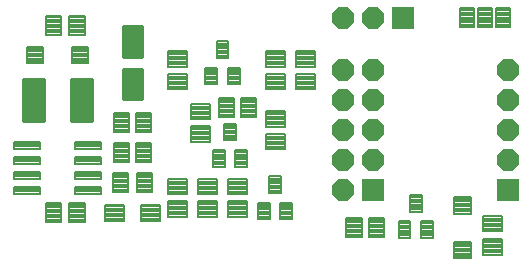
<source format=gts>
G75*
G70*
%OFA0B0*%
%FSLAX24Y24*%
%IPPOS*%
%LPD*%
%AMOC8*
5,1,8,0,0,1.08239X$1,22.5*
%
%ADD10C,0.0083*%
%ADD11C,0.0082*%
%ADD12C,0.0085*%
%ADD13C,0.0082*%
%ADD14R,0.0720X0.0720*%
%ADD15OC8,0.0720*%
%ADD16C,0.0087*%
%ADD17C,0.0081*%
%ADD18C,0.0081*%
D10*
X006500Y007085D02*
X007010Y007085D01*
X006500Y007085D02*
X006500Y007713D01*
X007010Y007713D01*
X007010Y007085D01*
X007010Y007167D02*
X006500Y007167D01*
X006500Y007249D02*
X007010Y007249D01*
X007010Y007331D02*
X006500Y007331D01*
X006500Y007413D02*
X007010Y007413D01*
X007010Y007495D02*
X006500Y007495D01*
X006500Y007577D02*
X007010Y007577D01*
X007010Y007659D02*
X006500Y007659D01*
X007287Y007085D02*
X007797Y007085D01*
X007287Y007085D02*
X007287Y007713D01*
X007797Y007713D01*
X007797Y007085D01*
X007797Y007167D02*
X007287Y007167D01*
X007287Y007249D02*
X007797Y007249D01*
X007797Y007331D02*
X007287Y007331D01*
X007287Y007413D02*
X007797Y007413D01*
X007797Y007495D02*
X007287Y007495D01*
X007287Y007577D02*
X007797Y007577D01*
X007797Y007659D02*
X007287Y007659D01*
X008750Y008085D02*
X009260Y008085D01*
X008750Y008085D02*
X008750Y008713D01*
X009260Y008713D01*
X009260Y008085D01*
X009260Y008167D02*
X008750Y008167D01*
X008750Y008249D02*
X009260Y008249D01*
X009260Y008331D02*
X008750Y008331D01*
X008750Y008413D02*
X009260Y008413D01*
X009260Y008495D02*
X008750Y008495D01*
X008750Y008577D02*
X009260Y008577D01*
X009260Y008659D02*
X008750Y008659D01*
X009537Y008085D02*
X010047Y008085D01*
X009537Y008085D02*
X009537Y008713D01*
X010047Y008713D01*
X010047Y008085D01*
X010047Y008167D02*
X009537Y008167D01*
X009537Y008249D02*
X010047Y008249D01*
X010047Y008331D02*
X009537Y008331D01*
X009537Y008413D02*
X010047Y008413D01*
X010047Y008495D02*
X009537Y008495D01*
X009537Y008577D02*
X010047Y008577D01*
X010047Y008659D02*
X009537Y008659D01*
X009518Y009713D02*
X010028Y009713D01*
X010028Y009085D01*
X009518Y009085D01*
X009518Y009713D01*
X009518Y009167D02*
X010028Y009167D01*
X010028Y009249D02*
X009518Y009249D01*
X009518Y009331D02*
X010028Y009331D01*
X010028Y009413D02*
X009518Y009413D01*
X009518Y009495D02*
X010028Y009495D01*
X010028Y009577D02*
X009518Y009577D01*
X009518Y009659D02*
X010028Y009659D01*
X009280Y009713D02*
X008770Y009713D01*
X009280Y009713D02*
X009280Y009085D01*
X008770Y009085D01*
X008770Y009713D01*
X008770Y009167D02*
X009280Y009167D01*
X009280Y009249D02*
X008770Y009249D01*
X008770Y009331D02*
X009280Y009331D01*
X009280Y009413D02*
X008770Y009413D01*
X008770Y009495D02*
X009280Y009495D01*
X009280Y009577D02*
X008770Y009577D01*
X008770Y009659D02*
X009280Y009659D01*
X009280Y010085D02*
X008770Y010085D01*
X008770Y010713D01*
X009280Y010713D01*
X009280Y010085D01*
X009280Y010167D02*
X008770Y010167D01*
X008770Y010249D02*
X009280Y010249D01*
X009280Y010331D02*
X008770Y010331D01*
X008770Y010413D02*
X009280Y010413D01*
X009280Y010495D02*
X008770Y010495D01*
X008770Y010577D02*
X009280Y010577D01*
X009280Y010659D02*
X008770Y010659D01*
X009518Y010085D02*
X010028Y010085D01*
X009518Y010085D02*
X009518Y010713D01*
X010028Y010713D01*
X010028Y010085D01*
X010028Y010167D02*
X009518Y010167D01*
X009518Y010249D02*
X010028Y010249D01*
X010028Y010331D02*
X009518Y010331D01*
X009518Y010413D02*
X010028Y010413D01*
X010028Y010495D02*
X009518Y010495D01*
X009518Y010577D02*
X010028Y010577D01*
X010028Y010659D02*
X009518Y010659D01*
X010585Y011519D02*
X010585Y012029D01*
X011213Y012029D01*
X011213Y011519D01*
X010585Y011519D01*
X010585Y011601D02*
X011213Y011601D01*
X011213Y011683D02*
X010585Y011683D01*
X010585Y011765D02*
X011213Y011765D01*
X011213Y011847D02*
X010585Y011847D01*
X010585Y011929D02*
X011213Y011929D01*
X011213Y012011D02*
X010585Y012011D01*
X010585Y012268D02*
X010585Y012778D01*
X011213Y012778D01*
X011213Y012268D01*
X010585Y012268D01*
X010585Y012350D02*
X011213Y012350D01*
X011213Y012432D02*
X010585Y012432D01*
X010585Y012514D02*
X011213Y012514D01*
X011213Y012596D02*
X010585Y012596D01*
X010585Y012678D02*
X011213Y012678D01*
X011213Y012760D02*
X010585Y012760D01*
X011963Y011028D02*
X011963Y010518D01*
X011335Y010518D01*
X011335Y011028D01*
X011963Y011028D01*
X011963Y010600D02*
X011335Y010600D01*
X011335Y010682D02*
X011963Y010682D01*
X011963Y010764D02*
X011335Y010764D01*
X011335Y010846D02*
X011963Y010846D01*
X011963Y010928D02*
X011335Y010928D01*
X011335Y011010D02*
X011963Y011010D01*
X012270Y010585D02*
X012780Y010585D01*
X012270Y010585D02*
X012270Y011213D01*
X012780Y011213D01*
X012780Y010585D01*
X012780Y010667D02*
X012270Y010667D01*
X012270Y010749D02*
X012780Y010749D01*
X012780Y010831D02*
X012270Y010831D01*
X012270Y010913D02*
X012780Y010913D01*
X012780Y010995D02*
X012270Y010995D01*
X012270Y011077D02*
X012780Y011077D01*
X012780Y011159D02*
X012270Y011159D01*
X013018Y010585D02*
X013528Y010585D01*
X013018Y010585D02*
X013018Y011213D01*
X013528Y011213D01*
X013528Y010585D01*
X013528Y010667D02*
X013018Y010667D01*
X013018Y010749D02*
X013528Y010749D01*
X013528Y010831D02*
X013018Y010831D01*
X013018Y010913D02*
X013528Y010913D01*
X013528Y010995D02*
X013018Y010995D01*
X013018Y011077D02*
X013528Y011077D01*
X013528Y011159D02*
X013018Y011159D01*
X014463Y011519D02*
X014463Y012029D01*
X014463Y011519D02*
X013835Y011519D01*
X013835Y012029D01*
X014463Y012029D01*
X014463Y011601D02*
X013835Y011601D01*
X013835Y011683D02*
X014463Y011683D01*
X014463Y011765D02*
X013835Y011765D01*
X013835Y011847D02*
X014463Y011847D01*
X014463Y011929D02*
X013835Y011929D01*
X013835Y012011D02*
X014463Y012011D01*
X015463Y012029D02*
X015463Y011519D01*
X014835Y011519D01*
X014835Y012029D01*
X015463Y012029D01*
X015463Y011601D02*
X014835Y011601D01*
X014835Y011683D02*
X015463Y011683D01*
X015463Y011765D02*
X014835Y011765D01*
X014835Y011847D02*
X015463Y011847D01*
X015463Y011929D02*
X014835Y011929D01*
X014835Y012011D02*
X015463Y012011D01*
X015463Y012268D02*
X015463Y012778D01*
X015463Y012268D02*
X014835Y012268D01*
X014835Y012778D01*
X015463Y012778D01*
X015463Y012350D02*
X014835Y012350D01*
X014835Y012432D02*
X015463Y012432D01*
X015463Y012514D02*
X014835Y012514D01*
X014835Y012596D02*
X015463Y012596D01*
X015463Y012678D02*
X014835Y012678D01*
X014835Y012760D02*
X015463Y012760D01*
X014463Y012778D02*
X014463Y012268D01*
X013835Y012268D01*
X013835Y012778D01*
X014463Y012778D01*
X014463Y012350D02*
X013835Y012350D01*
X013835Y012432D02*
X014463Y012432D01*
X014463Y012514D02*
X013835Y012514D01*
X013835Y012596D02*
X014463Y012596D01*
X014463Y012678D02*
X013835Y012678D01*
X013835Y012760D02*
X014463Y012760D01*
X014463Y010778D02*
X014463Y010268D01*
X013835Y010268D01*
X013835Y010778D01*
X014463Y010778D01*
X014463Y010350D02*
X013835Y010350D01*
X013835Y010432D02*
X014463Y010432D01*
X014463Y010514D02*
X013835Y010514D01*
X013835Y010596D02*
X014463Y010596D01*
X014463Y010678D02*
X013835Y010678D01*
X013835Y010760D02*
X014463Y010760D01*
X014463Y010029D02*
X014463Y009519D01*
X013835Y009519D01*
X013835Y010029D01*
X014463Y010029D01*
X014463Y009601D02*
X013835Y009601D01*
X013835Y009683D02*
X014463Y009683D01*
X014463Y009765D02*
X013835Y009765D01*
X013835Y009847D02*
X014463Y009847D01*
X014463Y009929D02*
X013835Y009929D01*
X013835Y010011D02*
X014463Y010011D01*
X013213Y008528D02*
X013213Y008018D01*
X012585Y008018D01*
X012585Y008528D01*
X013213Y008528D01*
X013213Y008100D02*
X012585Y008100D01*
X012585Y008182D02*
X013213Y008182D01*
X013213Y008264D02*
X012585Y008264D01*
X012585Y008346D02*
X013213Y008346D01*
X013213Y008428D02*
X012585Y008428D01*
X012585Y008510D02*
X013213Y008510D01*
X012213Y008528D02*
X012213Y008018D01*
X011585Y008018D01*
X011585Y008528D01*
X012213Y008528D01*
X012213Y008100D02*
X011585Y008100D01*
X011585Y008182D02*
X012213Y008182D01*
X012213Y008264D02*
X011585Y008264D01*
X011585Y008346D02*
X012213Y008346D01*
X012213Y008428D02*
X011585Y008428D01*
X011585Y008510D02*
X012213Y008510D01*
X010585Y008528D02*
X010585Y008018D01*
X010585Y008528D02*
X011213Y008528D01*
X011213Y008018D01*
X010585Y008018D01*
X010585Y008100D02*
X011213Y008100D01*
X011213Y008182D02*
X010585Y008182D01*
X010585Y008264D02*
X011213Y008264D01*
X011213Y008346D02*
X010585Y008346D01*
X010585Y008428D02*
X011213Y008428D01*
X011213Y008510D02*
X010585Y008510D01*
X010585Y007779D02*
X010585Y007269D01*
X010585Y007779D02*
X011213Y007779D01*
X011213Y007269D01*
X010585Y007269D01*
X010585Y007351D02*
X011213Y007351D01*
X011213Y007433D02*
X010585Y007433D01*
X010585Y007515D02*
X011213Y007515D01*
X011213Y007597D02*
X010585Y007597D01*
X010585Y007679D02*
X011213Y007679D01*
X011213Y007761D02*
X010585Y007761D01*
X012213Y007779D02*
X012213Y007269D01*
X011585Y007269D01*
X011585Y007779D01*
X012213Y007779D01*
X012213Y007351D02*
X011585Y007351D01*
X011585Y007433D02*
X012213Y007433D01*
X012213Y007515D02*
X011585Y007515D01*
X011585Y007597D02*
X012213Y007597D01*
X012213Y007679D02*
X011585Y007679D01*
X011585Y007761D02*
X012213Y007761D01*
X013213Y007779D02*
X013213Y007269D01*
X012585Y007269D01*
X012585Y007779D01*
X013213Y007779D01*
X013213Y007351D02*
X012585Y007351D01*
X012585Y007433D02*
X013213Y007433D01*
X013213Y007515D02*
X012585Y007515D01*
X012585Y007597D02*
X013213Y007597D01*
X013213Y007679D02*
X012585Y007679D01*
X012585Y007761D02*
X013213Y007761D01*
X011963Y009769D02*
X011963Y010279D01*
X011963Y009769D02*
X011335Y009769D01*
X011335Y010279D01*
X011963Y010279D01*
X011963Y009851D02*
X011335Y009851D01*
X011335Y009933D02*
X011963Y009933D01*
X011963Y010015D02*
X011335Y010015D01*
X011335Y010097D02*
X011963Y010097D01*
X011963Y010179D02*
X011335Y010179D01*
X011335Y010261D02*
X011963Y010261D01*
X016520Y006585D02*
X017030Y006585D01*
X016520Y006585D02*
X016520Y007213D01*
X017030Y007213D01*
X017030Y006585D01*
X017030Y006667D02*
X016520Y006667D01*
X016520Y006749D02*
X017030Y006749D01*
X017030Y006831D02*
X016520Y006831D01*
X016520Y006913D02*
X017030Y006913D01*
X017030Y006995D02*
X016520Y006995D01*
X016520Y007077D02*
X017030Y007077D01*
X017030Y007159D02*
X016520Y007159D01*
X017268Y006585D02*
X017778Y006585D01*
X017268Y006585D02*
X017268Y007213D01*
X017778Y007213D01*
X017778Y006585D01*
X017778Y006667D02*
X017268Y006667D01*
X017268Y006749D02*
X017778Y006749D01*
X017778Y006831D02*
X017268Y006831D01*
X017268Y006913D02*
X017778Y006913D01*
X017778Y006995D02*
X017268Y006995D01*
X017268Y007077D02*
X017778Y007077D01*
X017778Y007159D02*
X017268Y007159D01*
X021085Y007297D02*
X021085Y006787D01*
X021085Y007297D02*
X021713Y007297D01*
X021713Y006787D01*
X021085Y006787D01*
X021085Y006869D02*
X021713Y006869D01*
X021713Y006951D02*
X021085Y006951D01*
X021085Y007033D02*
X021713Y007033D01*
X021713Y007115D02*
X021085Y007115D01*
X021085Y007197D02*
X021713Y007197D01*
X021713Y007279D02*
X021085Y007279D01*
X021085Y006510D02*
X021085Y006000D01*
X021085Y006510D02*
X021713Y006510D01*
X021713Y006000D01*
X021085Y006000D01*
X021085Y006082D02*
X021713Y006082D01*
X021713Y006164D02*
X021085Y006164D01*
X021085Y006246D02*
X021713Y006246D01*
X021713Y006328D02*
X021085Y006328D01*
X021085Y006410D02*
X021713Y006410D01*
X021713Y006492D02*
X021085Y006492D01*
X007797Y013963D02*
X007287Y013963D01*
X007797Y013963D02*
X007797Y013335D01*
X007287Y013335D01*
X007287Y013963D01*
X007287Y013417D02*
X007797Y013417D01*
X007797Y013499D02*
X007287Y013499D01*
X007287Y013581D02*
X007797Y013581D01*
X007797Y013663D02*
X007287Y013663D01*
X007287Y013745D02*
X007797Y013745D01*
X007797Y013827D02*
X007287Y013827D01*
X007287Y013909D02*
X007797Y013909D01*
X007010Y013963D02*
X006500Y013963D01*
X007010Y013963D02*
X007010Y013335D01*
X006500Y013335D01*
X006500Y013963D01*
X006500Y013417D02*
X007010Y013417D01*
X007010Y013499D02*
X006500Y013499D01*
X006500Y013581D02*
X007010Y013581D01*
X007010Y013663D02*
X006500Y013663D01*
X006500Y013745D02*
X007010Y013745D01*
X007010Y013827D02*
X006500Y013827D01*
X006500Y013909D02*
X007010Y013909D01*
D11*
X007490Y009766D02*
X007490Y009532D01*
X007490Y009766D02*
X008354Y009766D01*
X008354Y009532D01*
X007490Y009532D01*
X007490Y009613D02*
X008354Y009613D01*
X008354Y009694D02*
X007490Y009694D01*
X007490Y009266D02*
X007490Y009032D01*
X007490Y009266D02*
X008354Y009266D01*
X008354Y009032D01*
X007490Y009032D01*
X007490Y009113D02*
X008354Y009113D01*
X008354Y009194D02*
X007490Y009194D01*
X007490Y008766D02*
X007490Y008532D01*
X007490Y008766D02*
X008354Y008766D01*
X008354Y008532D01*
X007490Y008532D01*
X007490Y008613D02*
X008354Y008613D01*
X008354Y008694D02*
X007490Y008694D01*
X007490Y008266D02*
X007490Y008032D01*
X007490Y008266D02*
X008354Y008266D01*
X008354Y008032D01*
X007490Y008032D01*
X007490Y008113D02*
X008354Y008113D01*
X008354Y008194D02*
X007490Y008194D01*
X005443Y008266D02*
X005443Y008032D01*
X005443Y008266D02*
X006307Y008266D01*
X006307Y008032D01*
X005443Y008032D01*
X005443Y008113D02*
X006307Y008113D01*
X006307Y008194D02*
X005443Y008194D01*
X005443Y008532D02*
X005443Y008766D01*
X006307Y008766D01*
X006307Y008532D01*
X005443Y008532D01*
X005443Y008613D02*
X006307Y008613D01*
X006307Y008694D02*
X005443Y008694D01*
X005443Y009032D02*
X005443Y009266D01*
X006307Y009266D01*
X006307Y009032D01*
X005443Y009032D01*
X005443Y009113D02*
X006307Y009113D01*
X006307Y009194D02*
X005443Y009194D01*
X005443Y009532D02*
X005443Y009766D01*
X006307Y009766D01*
X006307Y009532D01*
X005443Y009532D01*
X005443Y009613D02*
X006307Y009613D01*
X006307Y009694D02*
X005443Y009694D01*
D12*
X009712Y011180D02*
X009712Y012200D01*
X009712Y011180D02*
X009086Y011180D01*
X009086Y012200D01*
X009712Y012200D01*
X009712Y011264D02*
X009086Y011264D01*
X009086Y011348D02*
X009712Y011348D01*
X009712Y011432D02*
X009086Y011432D01*
X009086Y011516D02*
X009712Y011516D01*
X009712Y011600D02*
X009086Y011600D01*
X009086Y011684D02*
X009712Y011684D01*
X009712Y011768D02*
X009086Y011768D01*
X009086Y011852D02*
X009712Y011852D01*
X009712Y011936D02*
X009086Y011936D01*
X009086Y012020D02*
X009712Y012020D01*
X009712Y012104D02*
X009086Y012104D01*
X009086Y012188D02*
X009712Y012188D01*
X009712Y012597D02*
X009712Y013617D01*
X009712Y012597D02*
X009086Y012597D01*
X009086Y013617D01*
X009712Y013617D01*
X009712Y012681D02*
X009086Y012681D01*
X009086Y012765D02*
X009712Y012765D01*
X009712Y012849D02*
X009086Y012849D01*
X009086Y012933D02*
X009712Y012933D01*
X009712Y013017D02*
X009086Y013017D01*
X009086Y013101D02*
X009712Y013101D01*
X009712Y013185D02*
X009086Y013185D01*
X009086Y013269D02*
X009712Y013269D01*
X009712Y013353D02*
X009086Y013353D01*
X009086Y013437D02*
X009712Y013437D01*
X009712Y013521D02*
X009086Y013521D01*
X009086Y013605D02*
X009712Y013605D01*
D13*
X007921Y012923D02*
X007373Y012923D01*
X007921Y012923D02*
X007921Y012375D01*
X007373Y012375D01*
X007373Y012923D01*
X007373Y012456D02*
X007921Y012456D01*
X007921Y012537D02*
X007373Y012537D01*
X007373Y012618D02*
X007921Y012618D01*
X007921Y012699D02*
X007373Y012699D01*
X007373Y012780D02*
X007921Y012780D01*
X007921Y012861D02*
X007373Y012861D01*
X006425Y012923D02*
X005877Y012923D01*
X006425Y012923D02*
X006425Y012375D01*
X005877Y012375D01*
X005877Y012923D01*
X005877Y012456D02*
X006425Y012456D01*
X006425Y012537D02*
X005877Y012537D01*
X005877Y012618D02*
X006425Y012618D01*
X006425Y012699D02*
X005877Y012699D01*
X005877Y012780D02*
X006425Y012780D01*
X006425Y012861D02*
X005877Y012861D01*
X008494Y007125D02*
X009122Y007125D01*
X008494Y007125D02*
X008494Y007673D01*
X009122Y007673D01*
X009122Y007125D01*
X009122Y007206D02*
X008494Y007206D01*
X008494Y007287D02*
X009122Y007287D01*
X009122Y007368D02*
X008494Y007368D01*
X008494Y007449D02*
X009122Y007449D01*
X009122Y007530D02*
X008494Y007530D01*
X008494Y007611D02*
X009122Y007611D01*
X009675Y007673D02*
X010303Y007673D01*
X010303Y007125D01*
X009675Y007125D01*
X009675Y007673D01*
X009675Y007206D02*
X010303Y007206D01*
X010303Y007287D02*
X009675Y007287D01*
X009675Y007368D02*
X010303Y007368D01*
X010303Y007449D02*
X009675Y007449D01*
X009675Y007530D02*
X010303Y007530D01*
X010303Y007611D02*
X009675Y007611D01*
X020125Y007373D02*
X020125Y007921D01*
X020673Y007921D01*
X020673Y007373D01*
X020125Y007373D01*
X020125Y007454D02*
X020673Y007454D01*
X020673Y007535D02*
X020125Y007535D01*
X020125Y007616D02*
X020673Y007616D01*
X020673Y007697D02*
X020125Y007697D01*
X020125Y007778D02*
X020673Y007778D01*
X020673Y007859D02*
X020125Y007859D01*
X020125Y006424D02*
X020125Y005876D01*
X020125Y006424D02*
X020673Y006424D01*
X020673Y005876D01*
X020125Y005876D01*
X020125Y005957D02*
X020673Y005957D01*
X020673Y006038D02*
X020125Y006038D01*
X020125Y006119D02*
X020673Y006119D01*
X020673Y006200D02*
X020125Y006200D01*
X020125Y006281D02*
X020673Y006281D01*
X020673Y006362D02*
X020125Y006362D01*
D14*
X021899Y008149D03*
X017399Y008149D03*
X018399Y013899D03*
D15*
X017399Y013899D03*
X016399Y013899D03*
X016399Y012149D03*
X017399Y012149D03*
X017399Y011149D03*
X016399Y011149D03*
X016399Y010149D03*
X017399Y010149D03*
X017399Y009149D03*
X016399Y009149D03*
X016399Y008149D03*
X021899Y009149D03*
X021899Y010149D03*
X021899Y011149D03*
X021899Y012149D03*
D16*
X008037Y010444D02*
X007335Y010444D01*
X007335Y011854D01*
X008037Y011854D01*
X008037Y010444D01*
X008037Y010530D02*
X007335Y010530D01*
X007335Y010616D02*
X008037Y010616D01*
X008037Y010702D02*
X007335Y010702D01*
X007335Y010788D02*
X008037Y010788D01*
X008037Y010874D02*
X007335Y010874D01*
X007335Y010960D02*
X008037Y010960D01*
X008037Y011046D02*
X007335Y011046D01*
X007335Y011132D02*
X008037Y011132D01*
X008037Y011218D02*
X007335Y011218D01*
X007335Y011304D02*
X008037Y011304D01*
X008037Y011390D02*
X007335Y011390D01*
X007335Y011476D02*
X008037Y011476D01*
X008037Y011562D02*
X007335Y011562D01*
X007335Y011648D02*
X008037Y011648D01*
X008037Y011734D02*
X007335Y011734D01*
X007335Y011820D02*
X008037Y011820D01*
X006462Y010444D02*
X005760Y010444D01*
X005760Y011854D01*
X006462Y011854D01*
X006462Y010444D01*
X006462Y010530D02*
X005760Y010530D01*
X005760Y010616D02*
X006462Y010616D01*
X006462Y010702D02*
X005760Y010702D01*
X005760Y010788D02*
X006462Y010788D01*
X006462Y010874D02*
X005760Y010874D01*
X005760Y010960D02*
X006462Y010960D01*
X006462Y011046D02*
X005760Y011046D01*
X005760Y011132D02*
X006462Y011132D01*
X006462Y011218D02*
X005760Y011218D01*
X005760Y011304D02*
X006462Y011304D01*
X006462Y011390D02*
X005760Y011390D01*
X005760Y011476D02*
X006462Y011476D01*
X006462Y011562D02*
X005760Y011562D01*
X005760Y011648D02*
X006462Y011648D01*
X006462Y011734D02*
X005760Y011734D01*
X005760Y011820D02*
X006462Y011820D01*
D17*
X020319Y013584D02*
X020779Y013584D01*
X020319Y013584D02*
X020319Y014214D01*
X020779Y014214D01*
X020779Y013584D01*
X020779Y013664D02*
X020319Y013664D01*
X020319Y013744D02*
X020779Y013744D01*
X020779Y013824D02*
X020319Y013824D01*
X020319Y013904D02*
X020779Y013904D01*
X020779Y013984D02*
X020319Y013984D01*
X020319Y014064D02*
X020779Y014064D01*
X020779Y014144D02*
X020319Y014144D01*
X020919Y013584D02*
X021379Y013584D01*
X020919Y013584D02*
X020919Y014214D01*
X021379Y014214D01*
X021379Y013584D01*
X021379Y013664D02*
X020919Y013664D01*
X020919Y013744D02*
X021379Y013744D01*
X021379Y013824D02*
X020919Y013824D01*
X020919Y013904D02*
X021379Y013904D01*
X021379Y013984D02*
X020919Y013984D01*
X020919Y014064D02*
X021379Y014064D01*
X021379Y014144D02*
X020919Y014144D01*
X021519Y013584D02*
X021979Y013584D01*
X021519Y013584D02*
X021519Y014214D01*
X021979Y014214D01*
X021979Y013584D01*
X021979Y013664D02*
X021519Y013664D01*
X021519Y013744D02*
X021979Y013744D01*
X021979Y013824D02*
X021519Y013824D01*
X021519Y013904D02*
X021979Y013904D01*
X021979Y013984D02*
X021519Y013984D01*
X021519Y014064D02*
X021979Y014064D01*
X021979Y014144D02*
X021519Y014144D01*
D18*
X013220Y008940D02*
X012826Y008940D01*
X012826Y009490D01*
X013220Y009490D01*
X013220Y008940D01*
X013220Y009020D02*
X012826Y009020D01*
X012826Y009100D02*
X013220Y009100D01*
X013220Y009180D02*
X012826Y009180D01*
X012826Y009260D02*
X013220Y009260D01*
X013220Y009340D02*
X012826Y009340D01*
X012826Y009420D02*
X013220Y009420D01*
X012846Y009807D02*
X012452Y009807D01*
X012452Y010357D01*
X012846Y010357D01*
X012846Y009807D01*
X012846Y009887D02*
X012452Y009887D01*
X012452Y009967D02*
X012846Y009967D01*
X012846Y010047D02*
X012452Y010047D01*
X012452Y010127D02*
X012846Y010127D01*
X012846Y010207D02*
X012452Y010207D01*
X012452Y010287D02*
X012846Y010287D01*
X012472Y008940D02*
X012078Y008940D01*
X012078Y009490D01*
X012472Y009490D01*
X012472Y008940D01*
X012472Y009020D02*
X012078Y009020D01*
X012078Y009100D02*
X012472Y009100D01*
X012472Y009180D02*
X012078Y009180D01*
X012078Y009260D02*
X012472Y009260D01*
X012472Y009340D02*
X012078Y009340D01*
X012078Y009420D02*
X012472Y009420D01*
X013952Y008057D02*
X014346Y008057D01*
X013952Y008057D02*
X013952Y008607D01*
X014346Y008607D01*
X014346Y008057D01*
X014346Y008137D02*
X013952Y008137D01*
X013952Y008217D02*
X014346Y008217D01*
X014346Y008297D02*
X013952Y008297D01*
X013952Y008377D02*
X014346Y008377D01*
X014346Y008457D02*
X013952Y008457D01*
X013952Y008537D02*
X014346Y008537D01*
X014326Y007190D02*
X014720Y007190D01*
X014326Y007190D02*
X014326Y007740D01*
X014720Y007740D01*
X014720Y007190D01*
X014720Y007270D02*
X014326Y007270D01*
X014326Y007350D02*
X014720Y007350D01*
X014720Y007430D02*
X014326Y007430D01*
X014326Y007510D02*
X014720Y007510D01*
X014720Y007590D02*
X014326Y007590D01*
X014326Y007670D02*
X014720Y007670D01*
X013972Y007190D02*
X013578Y007190D01*
X013578Y007740D01*
X013972Y007740D01*
X013972Y007190D01*
X013972Y007270D02*
X013578Y007270D01*
X013578Y007350D02*
X013972Y007350D01*
X013972Y007430D02*
X013578Y007430D01*
X013578Y007510D02*
X013972Y007510D01*
X013972Y007590D02*
X013578Y007590D01*
X013578Y007670D02*
X013972Y007670D01*
X018265Y006565D02*
X018659Y006565D01*
X018265Y006565D02*
X018265Y007115D01*
X018659Y007115D01*
X018659Y006565D01*
X018659Y006645D02*
X018265Y006645D01*
X018265Y006725D02*
X018659Y006725D01*
X018659Y006805D02*
X018265Y006805D01*
X018265Y006885D02*
X018659Y006885D01*
X018659Y006965D02*
X018265Y006965D01*
X018265Y007045D02*
X018659Y007045D01*
X019013Y006565D02*
X019407Y006565D01*
X019013Y006565D02*
X019013Y007115D01*
X019407Y007115D01*
X019407Y006565D01*
X019407Y006645D02*
X019013Y006645D01*
X019013Y006725D02*
X019407Y006725D01*
X019407Y006805D02*
X019013Y006805D01*
X019013Y006885D02*
X019407Y006885D01*
X019407Y006965D02*
X019013Y006965D01*
X019013Y007045D02*
X019407Y007045D01*
X019033Y007432D02*
X018639Y007432D01*
X018639Y007982D01*
X019033Y007982D01*
X019033Y007432D01*
X019033Y007512D02*
X018639Y007512D01*
X018639Y007592D02*
X019033Y007592D01*
X019033Y007672D02*
X018639Y007672D01*
X018639Y007752D02*
X019033Y007752D01*
X019033Y007832D02*
X018639Y007832D01*
X018639Y007912D02*
X019033Y007912D01*
X012970Y011690D02*
X012576Y011690D01*
X012576Y012240D01*
X012970Y012240D01*
X012970Y011690D01*
X012970Y011770D02*
X012576Y011770D01*
X012576Y011850D02*
X012970Y011850D01*
X012970Y011930D02*
X012576Y011930D01*
X012576Y012010D02*
X012970Y012010D01*
X012970Y012090D02*
X012576Y012090D01*
X012576Y012170D02*
X012970Y012170D01*
X012222Y011690D02*
X011828Y011690D01*
X011828Y012240D01*
X012222Y012240D01*
X012222Y011690D01*
X012222Y011770D02*
X011828Y011770D01*
X011828Y011850D02*
X012222Y011850D01*
X012222Y011930D02*
X011828Y011930D01*
X011828Y012010D02*
X012222Y012010D01*
X012222Y012090D02*
X011828Y012090D01*
X011828Y012170D02*
X012222Y012170D01*
X012202Y012557D02*
X012596Y012557D01*
X012202Y012557D02*
X012202Y013107D01*
X012596Y013107D01*
X012596Y012557D01*
X012596Y012637D02*
X012202Y012637D01*
X012202Y012717D02*
X012596Y012717D01*
X012596Y012797D02*
X012202Y012797D01*
X012202Y012877D02*
X012596Y012877D01*
X012596Y012957D02*
X012202Y012957D01*
X012202Y013037D02*
X012596Y013037D01*
M02*

</source>
